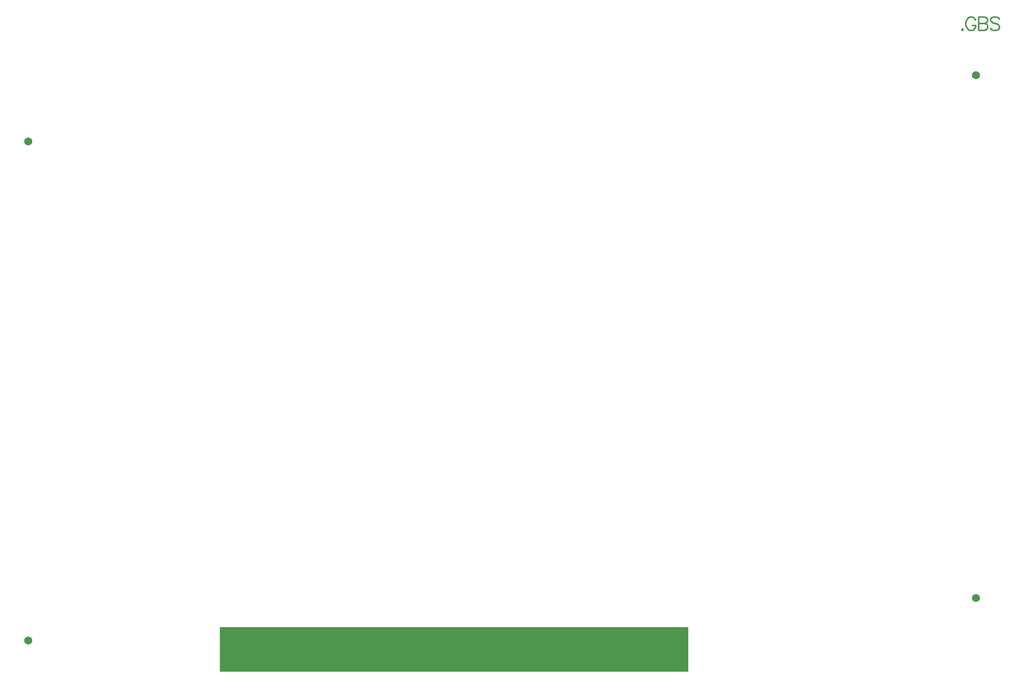
<source format=gbs>
G04*
G04 #@! TF.GenerationSoftware,Altium Limited,Altium Designer,20.0.13 (296)*
G04*
G04 Layer_Color=16711935*
%FSLAX44Y44*%
%MOMM*%
G71*
G01*
G75*
%ADD11C,0.2286*%
%ADD15R,80.1370X7.6200*%
%ADD16O,1.1176X5.1816*%
%ADD17C,1.3716*%
D11*
X2687646Y2619139D02*
X2686558Y2618050D01*
X2687646Y2616962D01*
X2688735Y2618050D01*
X2687646Y2619139D01*
X2710066Y2634375D02*
X2708978Y2636552D01*
X2706801Y2638729D01*
X2704624Y2639817D01*
X2700271D01*
X2698094Y2638729D01*
X2695918Y2636552D01*
X2694829Y2634375D01*
X2693741Y2631111D01*
Y2625669D01*
X2694829Y2622404D01*
X2695918Y2620227D01*
X2698094Y2618050D01*
X2700271Y2616962D01*
X2704624D01*
X2706801Y2618050D01*
X2708978Y2620227D01*
X2710066Y2622404D01*
Y2625669D01*
X2704624D02*
X2710066D01*
X2715290Y2639817D02*
Y2616962D01*
Y2639817D02*
X2725085D01*
X2728350Y2638729D01*
X2729438Y2637640D01*
X2730527Y2635464D01*
Y2633287D01*
X2729438Y2631111D01*
X2728350Y2630022D01*
X2725085Y2628934D01*
X2715290D02*
X2725085D01*
X2728350Y2627845D01*
X2729438Y2626757D01*
X2730527Y2624580D01*
Y2621315D01*
X2729438Y2619139D01*
X2728350Y2618050D01*
X2725085Y2616962D01*
X2715290D01*
X2750879Y2636552D02*
X2748702Y2638729D01*
X2745437Y2639817D01*
X2741084D01*
X2737819Y2638729D01*
X2735642Y2636552D01*
Y2634375D01*
X2736730Y2632199D01*
X2737819Y2631111D01*
X2739995Y2630022D01*
X2746526Y2627845D01*
X2748702Y2626757D01*
X2749791Y2625669D01*
X2750879Y2623492D01*
Y2620227D01*
X2748702Y2618050D01*
X2745437Y2616962D01*
X2741084D01*
X2737819Y2618050D01*
X2735642Y2620227D01*
D15*
X1818767Y1557020D02*
D03*
D16*
X2041652Y1568450D02*
D03*
X2028952D02*
D03*
X2206752D02*
D03*
X2194052D02*
D03*
X2181352D02*
D03*
X2168652D02*
D03*
X2155952D02*
D03*
X2143252D02*
D03*
X2130552D02*
D03*
X2117852D02*
D03*
X2105152D02*
D03*
X2092452D02*
D03*
X2079752D02*
D03*
X2016252D02*
D03*
X2003552D02*
D03*
X1990852D02*
D03*
X1978152D02*
D03*
X1965452D02*
D03*
X1952752D02*
D03*
X1940052D02*
D03*
X1927352D02*
D03*
X1914652D02*
D03*
X1901952D02*
D03*
X1889252D02*
D03*
X1876552D02*
D03*
X1863852D02*
D03*
X1851152D02*
D03*
X1838452D02*
D03*
X1825752D02*
D03*
X1813052D02*
D03*
X1800352D02*
D03*
X1787652D02*
D03*
X1774952D02*
D03*
X1762252D02*
D03*
X1749552D02*
D03*
X1736852D02*
D03*
X1724152D02*
D03*
X1711452D02*
D03*
X1698752D02*
D03*
X1686052D02*
D03*
X1673352D02*
D03*
X1660652D02*
D03*
X1647952D02*
D03*
X1635252D02*
D03*
X1622552D02*
D03*
X1609852D02*
D03*
X1597152D02*
D03*
X1559052D02*
D03*
X1546352D02*
D03*
X1533652D02*
D03*
X1520952D02*
D03*
X1508252D02*
D03*
X1495552D02*
D03*
X1482852D02*
D03*
X1470152D02*
D03*
X1457452D02*
D03*
X1444752D02*
D03*
X1432052D02*
D03*
D17*
X1090930Y1572260D02*
D03*
Y2426208D02*
D03*
X2711450Y2540000D02*
D03*
Y1644650D02*
D03*
M02*

</source>
